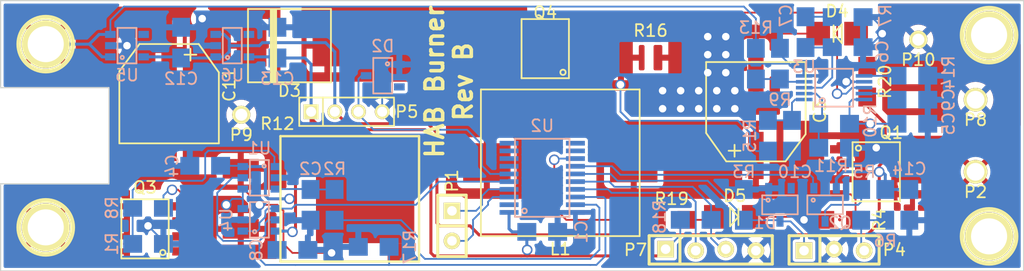
<source format=kicad_pcb>
(kicad_pcb (version 20221018) (generator pcbnew)
  (layers (0 "F.Cu" signal) (31 "B.Cu" signal) (34 "B.Paste" user) (35 "F.Paste" user) (36 "B.SilkS" user "B.Silkscreen") (37 "F.SilkS" user "F.Silkscreen") (38 "B.Mask" user) (39 "F.Mask" user) (44 "Edge.Cuts" user))
  (net 0 "")
  (net 1 "/DATA_IN")
  (net 2 "/NI_-")
  (net 3 "GND")
  (net 4 "+3.3V")
  (net 5 "Net-(C2-Pad1)")
  (net 6 "Net-(C3-PadP)")
  (net 7 "Net-(C6-Pad2)")
  (net 8 "Net-(C7-Pad1)")
  (net 9 "Net-(C9-Pad1)")
  (net 10 "Net-(C10-Pad1)")
  (net 11 "+12V")
  (net 12 "+5V")
  (net 13 "/EXPANSION")
  (net 14 "Net-(D3-PadA)")
  (net 15 "Net-(P1-Pad1)")
  (net 16 "Net-(P1-Pad2)")
  (net 17 "Net-(P7-Pad2)")
  (net 18 "Net-(P7-Pad3)")
  (net 19 "Net-(Q1-PadG)")
  (net 20 "Net-(Q2-PadD)")
  (net 21 "/DATA_OUT")
  (net 22 "Net-(Q3-PadS)")
  (net 23 "Net-(Q3-PadG)")
  (net 24 "Net-(Q4-PadS)")
  (net 25 "Net-(Q4-PadG)")
  (net 26 "Net-(R1-Pad1)")
  (net 27 "/PWM")
  (net 28 "Net-(P4-Pad3)")
  (net 29 "Net-(R13-Pad1)")
  (net 30 "Net-(R10-Pad2)")
  (net 31 "Net-(R14-Pad1)")
  (net 32 "/OP_CTRL")
  (net 33 "/SENSE")
  (net 34 "Net-(U2-Pad7)")
  (net 35 "Net-(U2-Pad9)")
  (net 36 "Net-(U2-Pad11)")
  (net 37 "Net-(U2-Pad12)")
  (net 38 "Net-(P2-Pad1)")
  (net 39 "Net-(U2-Pad2)")
  (net 40 "Net-(U2-Pad10)")
  (net 41 "Net-(U2-Pad8)")
  (net 42 "Net-(D5-PadA)")
  (net 43 "Net-(R19-Pad2)")
  (net 44 "Net-(D4-PadA)")
  (footprint "1pin" (layer "F.Cu") (at 155.448 162.179)
    (fp_text reference "P3" hide)
    (fp_text value "CONN_1" hide)
  )
  (footprint "1pin" (layer "F.Cu") (at 155.448 177.673)
    (fp_text reference "P6" hide)
    (fp_text value "CONN_1" hide)
  )
  (footprint "1pin" (layer "F.Cu") (at 235.077 178.435)
    (fp_text reference "1PIN" hide)
    (fp_text value "P***" hide)
  )
  (footprint "Capacitors:SMD_POL_E12_8.3mm" (layer "F.Cu") (at 215.392 167.894)
    (fp_text reference "C3")
    (fp_text value "390u" hide)
  )
  (footprint "Capacitors:SMD_POL_E12_8.3mm" (layer "F.Cu") (at 165.862 166.37 180)
    (fp_text reference "C11")
    (fp_text value "390u" hide)
  )
  (footprint "Diodes:DIODE_DO214AB-SMC" (layer "F.Cu") (at 176.022 162.306 90)
    (fp_text reference "D3")
    (fp_text value "SL42-E3" hide)
  )
  (footprint "Inductors:IND_BOURNS_SRP1238A" (layer "F.Cu") (at 198.882 172.212 -90)
    (fp_text reference "L1")
    (fp_text value "1.8u" hide)
  )
  (footprint "Connectors:CONN_2.54mm_1x2" (layer "F.Cu") (at 189.738 177.546 90)
    (fp_text reference "P1")
    (fp_text value "CONN_2" hide)
  )
  (footprint "Connectors:CONN_2.00mm_1x4" (layer "F.Cu") (at 180.848 167.894)
    (fp_text reference "P5")
    (fp_text value "CONN_01X04" hide)
  )
  (footprint "Connectors:CONN_2.54mm_1x4" (layer "F.Cu") (at 211.582 179.578 180)
    (fp_text reference "P7")
    (fp_text value "CONN_4" hide)
  )
  (footprint "Transistors:TRANS_SO_4.0mm_1.27mm_8" (layer "F.Cu") (at 225.552 172.974 -90)
    (fp_text reference "Q1")
    (fp_text value "IRF9310" hide)
  )
  (footprint "Transistors:TRANS_SO_4.0mm_1.27mm_8" (layer "F.Cu") (at 163.83 177.8 90)
    (fp_text reference "Q3")
    (fp_text value "IRL6342" hide)
  )
  (footprint "Transistors:TRANS_SO_4.0mm_1.27mm_8" (layer "F.Cu") (at 197.612 162.56 90)
    (fp_text reference "Q4")
    (fp_text value "IRF6201" hide)
  )
  (footprint "SMD:SMD_0805" (layer "F.Cu") (at 222.504 177.038 -90)
    (fp_text reference "R4")
    (fp_text value "10k" hide)
  )
  (footprint "Resistors:RES_D2PACK" (layer "F.Cu") (at 175.26 175.26 -90)
    (fp_text reference "R12")
    (fp_text value "1" hide)
  )
  (footprint "SMD:SMD_2010" (layer "F.Cu") (at 206.502 163.322 90)
    (fp_text reference "R16")
    (fp_text value "3m" hide)
  )
  (footprint "1pin" (layer "F.Cu") (at 235.077 161.417)
    (fp_text reference "1PIN" hide)
    (fp_text value "P***" hide)
  )
  (footprint "Connectors:CONN_2.54mm_1x1" (layer "F.Cu") (at 233.934 166.878)
    (fp_text reference "P8")
    (fp_text value "CONN_1" hide)
  )
  (footprint "Connectors:CONN_2.54mm_1x1" (layer "F.Cu") (at 233.934 172.974)
    (fp_text reference "P2")
    (fp_text value "CONN_1" hide)
  )
  (footprint "Connectors:CONN_2.54mm_1x3" (layer "F.Cu") (at 221.996 179.578 180)
    (fp_text reference "P4")
    (fp_text value "CONN_01X03" hide)
  )
  (footprint "Connectors:CONN_2.54mm_1x1" (layer "F.Cu") (at 171.958 168.148)
    (fp_text reference "P9")
    (fp_text value "CONN_1" hide)
  )
  (footprint "Connectors:CONN_2.54mm_1x1" (layer "F.Cu") (at 229.108 161.798)
    (fp_text reference "P10")
    (fp_text value "CONN_1" hide)
  )
  (footprint "SMD:SMD_0805" (layer "F.Cu") (at 208.28 177.038 -90)
    (fp_text reference "R19")
    (fp_text value "RES" hide)
  )
  (footprint "SMD:SMD_0805" (layer "F.Cu") (at 224.79 165.354)
    (fp_text reference "R20")
    (fp_text value "RES" hide)
  )
  (footprint "LEDs:LED_1206" (layer "F.Cu") (at 222.25 161.29 -90)
    (fp_text reference "D4")
    (fp_text value "D_LED" hide)
  )
  (footprint "LEDs:LED_1206" (layer "F.Cu") (at 213.614 176.784 90)
    (fp_text reference "D5")
    (fp_text value "D_LED" hide)
  )
  (footprint "SMD:SMD_0805" (layer "B.Cu") (at 197.358 178.054 -90)
    (fp_text reference "C1")
    (fp_text value "0.1uF" hide)
  )
  (footprint "SMD:SMD_0805" (layer "B.Cu") (at 177.8 175.768 180)
    (fp_text reference "C2")
    (fp_text value "0.1uF" hide)
  )
  (footprint "SMD:SMD_0805" (layer "B.Cu") (at 168.91 172.466 90)
    (fp_text reference "C4")
    (fp_text value "0.1uF" hide)
  )
  (footprint "SMD:SMD_0805" (layer "B.Cu") (at 228.6 168.91 -90)
    (fp_text reference "C5")
    (fp_text value "1u" hide)
  )
  (footprint "SMD:SMD_0805" (layer "B.Cu") (at 223.139 162.433 90)
    (fp_text reference "C6")
    (fp_text value "2.2n" hide)
  )
  (footprint "SMD:SMD_0805" (layer "B.Cu") (at 219.583 161.163 180)
    (fp_text reference "C7")
    (fp_text value "47n" hide)
  )
  (footprint "SMD:SMD_0805" (layer "B.Cu") (at 176.276 179.578 -90)
    (fp_text reference "C8")
    (fp_text value "0.1uF" hide)
  )
  (footprint "SMD:SMD_0805" (layer "B.Cu") (at 228.6 166.878 -90)
    (fp_text reference "C9")
    (fp_text value "470n" hide)
  )
  (footprint "SMD:SMD_0805" (layer "B.Cu") (at 218.44 169.926 180)
    (fp_text reference "C10")
    (fp_text value "10n" hide)
  )
  (footprint "SMD:SMD_0805" (layer "B.Cu") (at 166.878 162.052)
    (fp_text reference "C12")
    (fp_text value "10u" hide)
  )
  (footprint "SMD:SMD_0805" (layer "B.Cu") (at 175.006 162.052)
    (fp_text reference "C13")
    (fp_text value "10u" hide)
  )
  (footprint "Diodes:DIODE_SOT-23-3" (layer "B.Cu") (at 217.424 175.768 180)
    (fp_text reference "D1")
    (fp_text value "3V" hide)
  )
  (footprint "Diodes:DIODE_SOT-23-3" (layer "B.Cu") (at 183.896 164.846 90)
    (fp_text reference "D2")
    (fp_text value "3V" hide)
  )
  (footprint "Transistors:TRANS_SOT-23-3" (layer "B.Cu") (at 221.234 175.768 180)
    (fp_text reference "Q2")
    (fp_text value "IRLML6402" hide)
  )
  (footprint "SMD:SMD_0805" (layer "B.Cu") (at 179.832 175.768)
    (fp_text reference "R2")
    (fp_text value "1.6k" hide)
  )
  (footprint "SMD:SMD_0805" (layer "B.Cu") (at 214.376 175.768)
    (fp_text reference "R3")
    (fp_text value "100" hide)
  )
  (footprint "SMD:SMD_0805" (layer "B.Cu") (at 224.282 175.768 180)
    (fp_text reference "R5")
    (fp_text value "240" hide)
  )
  (footprint "SMD:SMD_0805" (layer "B.Cu") (at 226.314 175.768 180)
    (fp_text reference "R6")
    (fp_text value "400" hide)
  )
  (footprint "SMD:SMD_0805" (layer "B.Cu") (at 223.139 159.893 -90)
    (fp_text reference "R7")
    (fp_text value "3.16k" hide)
  )
  (footprint "SMD:SMD_0805" (layer "B.Cu") (at 164.084 176.022 -90)
    (fp_text reference "R8")
    (fp_text value "1k" hide)
  )
  (footprint "SMD:SMD_0805" (layer "B.Cu") (at 217.424 163.83)
    (fp_text reference "R9")
    (fp_text value "1k" hide)
  )
  (footprint "SMD:SMD_0805" (layer "B.Cu") (at 221.996 168.91 90)
    (fp_text reference "R10")
    (fp_text value "41.2k" hide)
  )
  (footprint "SMD:SMD_0805" (layer "B.Cu") (at 221.996 170.942 -90)
    (fp_text reference "R11")
    (fp_text value "45.3k" hide)
  )
  (footprint "SMD:SMD_0805" (layer "B.Cu") (at 215.392 163.83)
    (fp_text reference "R13")
    (fp_text value "8.45k" hide)
  )
  (footprint "SMD:SMD_0805" (layer "B.Cu") (at 228.6 164.846 -90)
    (fp_text reference "R14")
    (fp_text value "40.2k" hide)
  )
  (footprint "SMD:SMD_0805" (layer "B.Cu") (at 216.408 169.926)
    (fp_text reference "R15")
    (fp_text value "100" hide)
  )
  (footprint "SMD:SMD_0805" (layer "B.Cu") (at 183.134 179.324 -90)
    (fp_text reference "R17")
    (fp_text value "10k" hide)
  )
  (footprint "SMD:SMD_0805" (layer "B.Cu") (at 210.312 177.038 -90)
    (fp_text reference "R18")
    (fp_text value "10k" hide)
  )
  (footprint "SMD:SOT-23-6" (layer "B.Cu") (at 173.482 173.482 90)
    (fp_text reference "U1")
    (fp_text value "ADA4805-1" hide)
  )
  (footprint "SMD:SOP_4.5mm_0.65mm_20" (layer "B.Cu") (at 197.358 173.482 90)
    (fp_text reference "U2")
    (fp_text value "MSP430G2553-20" hide)
  )
  (footprint "SMD:SOP_3.0mm_0.5mm_10" (layer "B.Cu") (at 221.996 165.862 90)
    (fp_text reference "U3")
    (fp_text value "LM3481" hide)
  )
  (footprint "SMD:SOT-23-6" (layer "B.Cu") (at 173.482 177.038 -90)
    (fp_text reference "U4")
    (fp_text value "ADA4805-1" hide)
  )
  (footprint "SMD:SOT-23-5" (layer "B.Cu") (at 162.306 162.306 -90)
    (fp_text reference "U5")
    (fp_text value "MIC5203-5.0" hide)
  )
  (footprint "SMD:SOT-23-5" (layer "B.Cu") (at 171.196 162.306 -90)
    (fp_text reference "U6")
    (fp_text value "MIC5203-3.3" hide)
  )
  (footprint "SMD:SMD_0805" (layer "B.Cu") (at 164.084 179.07 -90)
    (fp_text reference "R1")
    (fp_text value "10k" hide)
  )
  (footprint "SMD:SMD_0805" (layer "B.Cu") (at 228.346 175.768 180)
    (fp_text reference "C14")
    (fp_text value "1uF" hide)
  )
  (gr_line (start 191.008 181.356) (end 237.744 181.356) (stroke (width 0.1)) (layer "Edge.Cuts"))
  (gr_line (start 151.638 181.356) (end 191.008 181.356) (stroke (width 0.1)) (layer "Edge.Cuts"))
  (gr_line (start 191.008 158.496) (end 151.638 158.496) (stroke (width 0.1)) (layer "Edge.Cuts"))
  (gr_line (start 160.782 165.862) (end 151.638 165.862) (stroke (width 0.1)) (layer "Edge.Cuts"))
  (gr_line (start 151.638 165.862) (end 151.638 158.496) (stroke (width 0.1)) (layer "Edge.Cuts"))
  (gr_line (start 237.998 158.496) (end 237.998 181.356) (stroke (width 0.1)) (layer "Edge.Cuts"))
  (gr_line (start 160.782 165.862) (end 160.782 173.99) (stroke (width 0.1)) (layer "Edge.Cuts"))
  (gr_line (start 191.008 158.496) (end 237.998 158.496) (stroke (width 0.1)) (layer "Edge.Cuts"))
  (gr_line (start 160.782 173.99) (end 151.638 173.99) (stroke (width 0.1)) (layer "Edge.Cuts"))
  (gr_line (start 237.998 181.356) (end 237.744 181.356) (stroke (width 0.1)) (layer "Edge.Cuts"))
  (gr_line (start 151.638 173.99) (end 151.638 181.356) (stroke (width 0.1)) (layer "Edge.Cuts"))
  (gr_text "HAB Burner\nRev B" (at 189.484 165.354 90) (layer "F.SilkS") (effects (font (size 1.5 1.5) (thickness 0.3))))
  (segment (start 222.452 177.016) (end 222.474 177.038) (width 0.254) (layer "F.Cu") (net 0))
  (segment (start 222.452 176.702) (end 222.534 176.784) (width 0.1524) (layer "F.Cu") (net 0))
  (segment (start 222.452 176.956) (end 222.534 177.038) (width 0.1524) (layer "F.Cu") (net 0))
  (segment (start 217.324 177.068) (end 217.424 177.168) (width 0.1524) (layer "B.Cu") (net 1))
  (segment (start 218.316 177.168) (end 219.456 178.308) (width 0.1524) (layer "B.Cu") (net 1))
  (segment (start 219.456 178.308) (end 219.456 179.63896) (width 0.1524) (layer "B.Cu") (net 1))
  (segment (start 214.376 176.784) (end 211.328 173.736) (width 0.1524) (layer "B.Cu") (net 1))
  (segment (start 211.328 173.736) (end 203.708 173.736) (width 0.1524) (layer "B.Cu") (net 1))
  (segment (start 203.708 173.736) (end 203.129 173.157) (width 0.1524) (layer "B.Cu") (net 1))
  (segment (start 203.129 173.157) (end 200.158 173.157) (width 0.1524) (layer "B.Cu") (net 1))
  (segment (start 214.376 177.068) (end 217.324 177.068) (width 0.1524) (layer "B.Cu") (net 1))
  (segment (start 217.424 177.168) (end 218.316 177.168) (width 0.1524) (layer "B.Cu") (net 1))
  (segment (start 214.376 177.068) (end 214.376 176.784) (width 0.1524) (layer "B.Cu") (net 1))
  (segment (start 214.376 177.068) (end 214.66 177.068) (width 0.1524) (layer "B.Cu") (net 1))
  (segment (start 209.002 165.648) (end 208.534 166.116) (width 0.254) (layer "F.Cu") (net 3))
  (segment (start 208.534 166.116) (end 207.518 166.116) (width 0.254) (layer "F.Cu") (net 3))
  (segment (start 207.518 167.64) (end 209.042 167.64) (width 0.254) (layer "F.Cu") (net 3))
  (segment (start 209.042 166.116) (end 210.566 166.116) (width 0.254) (layer "F.Cu") (net 3))
  (segment (start 210.566 167.64) (end 212.09 167.64) (width 0.254) (layer "F.Cu") (net 3))
  (segment (start 212.09 166.116) (end 213.614 166.116) (width 0.254) (layer "F.Cu") (net 3))
  (segment (start 210.82 163.322) (end 211.328 162.814) (width 0.254) (layer "F.Cu") (net 3))
  (segment (start 211.328 162.814) (end 211.328 161.544) (width 0.254) (layer "F.Cu") (net 3))
  (segment (start 212.852 163.068) (end 211.328 163.068) (width 0.254) (layer "F.Cu") (net 3))
  (segment (start 211.328 164.592) (end 212.852 164.592) (width 0.254) (layer "F.Cu") (net 3))
  (segment (start 172.212 172.72) (end 171.91 172.72) (width 0.1524) (layer "F.Cu") (net 3))
  (segment (start 171.958 172.768) (end 171.91 172.72) (width 0.1524) (layer "F.Cu") (net 3))
  (segment (start 173.482 175.768) (end 171.958 174.244) (width 0.1524) (layer "F.Cu") (net 3))
  (segment (start 171.958 174.244) (end 171.958 172.768) (width 0.1524) (layer "F.Cu") (net 3))
  (segment (start 171.958 172.768) (end 171.91 172.72) (width 0.1524) (layer "F.Cu") (net 3))
  (segment (start 179.578 179.832) (end 176.276 179.832) (width 0.1524) (layer "F.Cu") (net 3))
  (segment (start 176.276 179.832) (end 175.514 179.07) (width 0.1524) (layer "F.Cu") (net 3))
  (segment (start 175.514 179.07) (end 175.514 176.276) (width 0.1524) (layer "F.Cu") (net 3))
  (segment (start 175.514 176.276) (end 175.006 175.768) (width 0.1524) (layer "F.Cu") (net 3))
  (segment (start 175.006 175.768) (end 173.482 175.768) (width 0.1524) (layer "F.Cu") (net 3))
  (segment (start 219.202 176.784) (end 219.456 177.038) (width 0.1524) (layer "F.Cu") (net 3))
  (segment (start 215.214 176.784) (end 219.202 176.784) (width 0.1524) (layer "F.Cu") (net 3))
  (segment (start 220.65 161.29) (end 216.662 161.29) (width 0.1524) (layer "F.Cu") (net 3))
  (segment (start 209.002 163.322) (end 209.002 165.648) (width 0.254) (layer "F.Cu") (net 3))
  (segment (start 209.002 163.322) (end 210.82 163.322) (width 0.254) (layer "F.Cu") (net 3))
  (segment (start 219.456 177.038) (end 221.204 177.038) (width 0.1524) (layer "F.Cu") (net 3))
  (via (at 212.852 163.068) (size 0.889) (drill 0.635) (layers "F.Cu" "B.Cu") (net 3))
  (via (at 164.084 177.546) (size 0.889) (drill 0.635) (layers "F.Cu" "B.Cu") (net 3))
  (via (at 225.552 170.942) (size 0.889) (drill 0.635) (layers "F.Cu" "B.Cu") (net 3))
  (via (at 212.852 164.592) (size 0.889) (drill 0.635) (layers "F.Cu" "B.Cu") (net 3))
  (via (at 211.328 163.068) (size 0.889) (drill 0.635) (layers "F.Cu" "B.Cu") (net 3))
  (via (at 179.578 179.832) (size 0.889) (drill 0.635) (layers "F.Cu" "B.Cu") (net 3))
  (via (at 207.518 167.64) (size 0.889) (drill 0.635) (layers "F.Cu" "B.Cu") (net 3))
  (via (at 223.012 165.354) (size 0.889) (drill 0.635) (layers "F.Cu" "B.Cu") (net 3))
  (via (at 209.042 166.116) (size 0.889) (drill 0.635) (layers "F.Cu" "B.Cu") (net 3))
  (via (at 212.09 166.116) (size 0.889) (drill 0.635) (layers "F.Cu" "B.Cu") (net 3))
  (via (at 211.328 164.592) (size 0.889) (drill 0.635) (layers "F.Cu" "B.Cu") (net 3))
  (via (at 207.518 166.116) (size 0.889) (drill 0.635) (layers "F.Cu" "B.Cu") (net 3))
  (via (at 173.482 175.768) (size 0.889) (drill 0.635) (layers "F.Cu" "B.Cu") (net 3))
  (via (at 211.328 161.544) (size 0.889) (drill 0.635) (layers "F.Cu" "B.Cu") (net 3))
  (via (at 168.656 160.02) (size 0.889) (drill 0.635) (layers "F.Cu" "B.Cu") (net 3))
  (via (at 210.566 167.64) (size 0.889) (drill 0.635) (layers "F.Cu" "B.Cu") (net 3))
  (via (at 209.042 167.64) (size 0.889) (drill 0.635) (layers "F.Cu" "B.Cu") (net 3))
  (via (at 213.614 167.64) (size 0.889) (drill 0.635) (layers "F.Cu" "B.Cu") (net 3))
  (via (at 219.456 177.038) (size 0.889) (drill 0.635) (layers "F.Cu" "B.Cu") (net 3))
  (via (at 226.06 161.29) (size 0.889) (drill 0.635) (layers "F.Cu" "B.Cu") (net 3))
  (via (at 213.614 166.116) (size 0.889) (drill 0.635) (layers "F.Cu" "B.Cu") (net 3))
  (via (at 162.306 162.306) (size 0.889) (drill 0.635) (layers "F.Cu" "B.Cu") (net 3))
  (via (at 212.852 161.544) (size 0.889) (drill 0.635) (layers "F.Cu" "B.Cu") (net 3))
  (via (at 210.566 166.116) (size 0.889) (drill 0.635) (layers "F.Cu" "B.Cu") (net 3))
  (via (at 212.09 167.64) (size 0.889) (drill 0.635) (layers "F.Cu" "B.Cu") (net 3))
  (segment (start 168.91 162.306) (end 168.656 162.052) (width 0.254) (layer "B.Cu") (net 3))
  (segment (start 168.656 162.052) (end 168.656 160.02) (width 0.254) (layer "B.Cu") (net 3))
  (segment (start 167.924 160.752) (end 168.656 160.02) (width 0.254) (layer "B.Cu") (net 3))
  (segment (start 174.214 160.752) (end 173.482 160.02) (width 0.254) (layer "B.Cu") (net 3))
  (segment (start 173.482 160.02) (end 168.656 160.02) (width 0.254) (layer "B.Cu") (net 3))
  (segment (start 224.917 162.433) (end 226.06 161.29) (width 0.1524) (layer "B.Cu") (net 3))
  (segment (start 225.171 159.893) (end 226.06 160.782) (width 0.1524) (layer "B.Cu") (net 3))
  (segment (start 226.06 160.782) (end 226.06 161.29) (width 0.1524) (layer "B.Cu") (net 3))
  (segment (start 223.02 165.362) (end 223.012 165.354) (width 0.1524) (layer "B.Cu") (net 3))
  (segment (start 217.424 163.068) (end 218.186 163.83) (width 0.1524) (layer "B.Cu") (net 3))
  (segment (start 218.44 164.084) (end 219.202 164.084) (width 0.1524) (layer "B.Cu") (net 3))
  (segment (start 219.202 164.084) (end 219.471 164.353) (width 0.1524) (layer "B.Cu") (net 3))
  (segment (start 219.471 164.353) (end 219.471 164.862) (width 0.1524) (layer "B.Cu") (net 3))
  (segment (start 220.964 164.862) (end 220.98 164.846) (width 0.1524) (layer "B.Cu") (net 3))
  (segment (start 183.848 164.64) (end 184.592 163.896) (width 0.1524) (layer "B.Cu") (net 3))
  (segment (start 184.592 163.896) (end 185.296 163.896) (width 0.1524) (layer "B.Cu") (net 3))
  (segment (start 165.384 178.846) (end 164.084 177.546) (width 0.1524) (layer "B.Cu") (net 3))
  (segment (start 215.038 175.13) (end 214.376 174.468) (width 0.1524) (layer "B.Cu") (net 3))
  (segment (start 216.374 174.468) (end 216.474 174.368) (width 0.1524) (layer "B.Cu") (net 3))
  (segment (start 216.474 175.072) (end 217.17 175.768) (width 0.1524) (layer "B.Cu") (net 3))
  (segment (start 217.17 175.768) (end 217.424 175.768) (width 0.1524) (layer "B.Cu") (net 3))
  (segment (start 177.576 177.292) (end 177.8 177.068) (width 0.1524) (layer "B.Cu") (net 3))
  (segment (start 177.576 178.308) (end 177.576 177.292) (width 0.1524) (layer "B.Cu") (net 3))
  (segment (start 200.158 177.794) (end 199.898 178.054) (width 0.1524) (layer "B.Cu") (net 3))
  (segment (start 199.898 178.054) (end 198.658 178.054) (width 0.1524) (layer "B.Cu") (net 3))
  (segment (start 200.158 177.8) (end 200.158 177.794) (width 0.1524) (layer "B.Cu") (net 3))
  (segment (start 218.186 163.83) (end 218.44 164.084) (width 0.1524) (layer "B.Cu") (net 3))
  (segment (start 213.614 163.83) (end 212.852 163.068) (width 0.1524) (layer "B.Cu") (net 3))
  (segment (start 172.72 177.038) (end 173.482 176.276) (width 0.1524) (layer "B.Cu") (net 3))
  (segment (start 173.482 176.276) (end 173.482 175.768) (width 0.1524) (layer "B.Cu") (net 3))
  (segment (start 179.324 179.578) (end 179.578 179.832) (width 0.1524) (layer "B.Cu") (net 3))
  (segment (start 216.474 175.072) (end 216.474 174.368) (width 0.1524) (layer "B.Cu") (net 3))
  (segment (start 214.376 174.468) (end 216.374 174.468) (width 0.1524) (layer "B.Cu") (net 3))
  (segment (start 219.471 164.862) (end 220.964 164.862) (width 0.1524) (layer "B.Cu") (net 3))
  (segment (start 183.848 167.894) (end 183.848 164.64) (width 0.1524) (layer "B.Cu") (net 3))
  (segment (start 229.9 166.878) (end 229.9 164.846) (width 0.1524) (layer "B.Cu") (net 3))
  (segment (start 166.878 160.752) (end 167.924 160.752) (width 0.254) (layer "B.Cu") (net 3))
  (segment (start 224.439 162.433) (end 224.917 162.433) (width 0.1524) (layer "B.Cu") (net 3))
  (segment (start 200.158 176.407) (end 200.158 177.8) (width 0.1524) (layer "B.Cu") (net 3))
  (segment (start 160.906 162.306) (end 162.306 162.306) (width 0.254) (layer "B.Cu") (net 3))
  (segment (start 172.082 177.038) (end 172.72 177.038) (width 0.1524) (layer "B.Cu") (net 3))
  (segment (start 177.576 179.578) (end 177.576 178.308) (width 0.1524) (layer "B.Cu") (net 3))
  (segment (start 229.9 164.846) (end 230.632 164.846) (width 0.1524) (layer "B.Cu") (net 3))
  (segment (start 229.9 166.878) (end 230.632 166.878) (width 0.1524) (layer "B.Cu") (net 3))
  (segment (start 218.186 163.83) (end 213.614 163.83) (width 0.1524) (layer "B.Cu") (net 3))
  (segment (start 165.384 179.07) (end 165.384 178.846) (width 0.1524) (layer "B.Cu") (net 3))
  (segment (start 218.44 171.226) (end 218.44 171.958) (width 0.1524) (layer "B.Cu") (net 3))
  (segment (start 224.521 165.362) (end 223.02 165.362) (width 0.1524) (layer "B.Cu") (net 3))
  (segment (start 229.9 168.91) (end 229.9 166.878) (width 0.1524) (layer "B.Cu") (net 3))
  (segment (start 224.439 159.893) (end 225.171 159.893) (width 0.1524) (layer "B.Cu") (net 3))
  (segment (start 175.006 160.752) (end 174.214 160.752) (width 0.254) (layer "B.Cu") (net 3))
  (segment (start 177.576 179.578) (end 179.324 179.578) (width 0.1524) (layer "B.Cu") (net 3))
  (segment (start 220.98 164.846) (end 220.964 164.862) (width 0.1524) (layer "B.Cu") (net 3))
  (segment (start 168.91 162.306) (end 169.796 162.306) (width 0.254) (layer "B.Cu") (net 3))
  (segment (start 217.424 162.53) (end 217.424 163.068) (width 0.1524) (layer "B.Cu") (net 3))
  (segment (start 223.296 170.942) (end 225.552 170.942) (width 0.1524) (layer "B.Cu") (net 3))
  (segment (start 178.816 169.418) (end 177.848 168.45) (width 0.254) (layer "F.Cu") (net 4))
  (segment (start 178.816 169.418) (end 187.452 169.418) (width 0.254) (layer "F.Cu") (net 4))
  (segment (start 187.452 169.418) (end 187.96 169.926) (width 0.254) (layer "F.Cu") (net 4))
  (segment (start 187.96 169.926) (end 187.96 179.832) (width 0.254) (layer "F.Cu") (net 4))
  (segment (start 187.96 179.832) (end 188.214 180.086) (width 0.254) (layer "F.Cu") (net 4))
  (segment (start 188.214 180.086) (end 195.58 180.086) (width 0.254) (layer "F.Cu") (net 4))
  (segment (start 195.58 180.086) (end 196.088 180.086) (width 0.254) (layer "F.Cu") (net 4))
  (segment (start 177.848 169.116) (end 176.53 170.434) (width 0.254) (layer "F.Cu") (net 4))
  (segment (start 176.53 170.434) (end 176.53 175.26) (width 0.254) (layer "F.Cu") (net 4))
  (segment (start 176.53 175.26) (end 176.53 178.054) (width 0.254) (layer "F.Cu") (net 4))
  (segment (start 207.20304 180.086) (end 207.772 179.51704) (width 0.254) (layer "F.Cu") (net 4))
  (segment (start 196.088 180.086) (end 196.088 179.578) (width 0.254) (layer "F.Cu") (net 4))
  (segment (start 176.53 175.26) (end 176.022 175.26) (width 0.254) (layer "F.Cu") (net 4))
  (segment (start 176.53 178.054) (end 176.276 178.054) (width 0.254) (layer "F.Cu") (net 4))
  (segment (start 177.848 167.894) (end 177.848 169.116) (width 0.254) (layer "F.Cu") (net 4))
  (segment (start 207.20304 180.086) (end 196.088 180.086) (width 0.254) (layer "F.Cu") (net 4))
  (segment (start 177.848 167.894) (end 177.848 168.45) (width 0.254) (layer "F.Cu") (net 4))
  (via (at 176.276 178.054) (size 0.889) (drill 0.635) (layers "F.Cu" "B.Cu") (net 4))
  (via (at 196.088 179.578) (size 0.889) (drill 0.635) (layers "F.Cu" "B.Cu") (net 4))
  (via (at 176.022 175.26) (size 0.889) (drill 0.635) (layers "F.Cu" "B.Cu") (net 4))
  (segment (start 174.782 178.088) (end 174.882 177.988) (width 0.254) (layer "B.Cu") (net 4))
  (segment (start 174.91 163.256) (end 175.006 163.352) (width 0.254) (layer "B.Cu") (net 4))
  (segment (start 207.83296 179.51704) (end 209.012 178.338) (width 0.1524) (layer "B.Cu") (net 4))
  (segment (start 209.012 178.338) (end 209.012 177.038) (width 0.1524) (layer "B.Cu") (net 4))
  (segment (start 172.016 172.466) (end 172.082 172.532) (width 0.1524) (layer "B.Cu") (net 4))
  (segment (start 174.882 179.484) (end 174.976 179.578) (width 0.1524) (layer "B.Cu") (net 4))
  (segment (start 177.322 163.352) (end 177.848 163.878) (width 0.254) (layer "B.Cu") (net 4))
  (segment (start 177.848 163.878) (end 177.848 167.894) (width 0.254) (layer "B.Cu") (net 4))
  (segment (start 194.818 178.054) (end 194.558 177.794) (width 0.254) (layer "B.Cu") (net 4))
  (segment (start 194.558 177.794) (end 194.558 176.407) (width 0.254) (layer "B.Cu") (net 4))
  (segment (start 196.058 179.548) (end 196.088 179.578) (width 0.254) (layer "B.Cu") (net 4))
  (segment (start 176.276 178.054) (end 176.21 177.988) (width 0.254) (layer "B.Cu") (net 4))
  (segment (start 176.21 177.988) (end 174.882 177.988) (width 0.254) (layer "B.Cu") (net 4))
  (segment (start 174.244 175.26) (end 173.99 175.006) (width 0.254) (layer "B.Cu") (net 4))
  (segment (start 173.99 175.006) (end 173.99 172.72) (width 0.254) (layer "B.Cu") (net 4))
  (segment (start 173.99 172.72) (end 173.802 172.532) (width 0.254) (layer "B.Cu") (net 4))
  (segment (start 173.802 172.532) (end 172.082 172.532) (width 0.254) (layer "B.Cu") (net 4))
  (segment (start 196.088 179.578) (end 196.058 179.548) (width 0.254) (layer "B.Cu") (net 4))
  (segment (start 176.022 175.26) (end 174.244 175.26) (width 0.254) (layer "B.Cu") (net 4))
  (segment (start 172.596 163.256) (end 174.91 163.256) (width 0.254) (layer "B.Cu") (net 4))
  (segment (start 170.21 172.466) (end 172.016 172.466) (width 0.1524) (layer "B.Cu") (net 4))
  (segment (start 175.006 163.352) (end 177.322 163.352) (width 0.254) (layer "B.Cu") (net 4))
  (segment (start 196.058 178.054) (end 196.058 179.548) (width 0.254) (layer "B.Cu") (net 4))
  (segment (start 174.882 177.988) (end 174.882 179.484) (width 0.1524) (layer "B.Cu") (net 4))
  (segment (start 196.058 178.054) (end 194.818 178.054) (width 0.254) (layer "B.Cu") (net 4))
  (segment (start 207.772 179.51704) (end 207.83296 179.51704) (width 0.1524) (layer "B.Cu") (net 4))
  (segment (start 177.764 174.432) (end 177.8 174.468) (width 0.1524) (layer "B.Cu") (net 5))
  (segment (start 177.8 174.468) (end 179.832 174.468) (width 0.1524) (layer "B.Cu") (net 5))
  (segment (start 174.882 174.432) (end 177.764 174.432) (width 0.1524) (layer "B.Cu") (net 5))
  (segment (start 225.044 168.91) (end 222.885 171.069) (width 0.1524) (layer "F.Cu") (net 6))
  (segment (start 222.885 171.069) (end 222.452 171.069) (width 0.1524) (layer "F.Cu") (net 6))
  (via (at 225.044 168.91) (size 0.889) (drill 0.635) (layers "F.Cu" "B.Cu") (net 6))
  (segment (start 223.536 166.862) (end 223.296 167.102) (width 0.1524) (layer "B.Cu") (net 6))
  (segment (start 223.296 167.102) (end 223.296 168.91) (width 0.1524) (layer "B.Cu") (net 6))
  (segment (start 224.521 166.862) (end 223.536 166.862) (width 0.1524) (layer "B.Cu") (net 6))
  (segment (start 225.044 168.91) (end 227.3 168.91) (width 0.1524) (layer "B.Cu") (net 6))
  (segment (start 223.296 168.91) (end 225.044 168.91) (width 0.1524) (layer "B.Cu") (net 6))
  (segment (start 219.613 162.433) (end 219.583 162.463) (width 0.254) (layer "B.Cu") (net 7))
  (segment (start 220.98 165.862) (end 221.839 165.003) (width 0.1524) (layer "B.Cu") (net 7))
  (segment (start 221.839 165.003) (end 221.839 162.433) (width 0.1524) (layer "B.Cu") (net 7))
  (segment (start 221.809 162.463) (end 221.839 162.433) (width 0.1524) (layer "B.Cu") (net 7))
  (segment (start 219.471 165.862) (end 220.98 165.862) (width 0.1524) (layer "B.Cu") (net 7))
  (segment (start 219.583 162.463) (end 221.809 162.463) (width 0.1524) (layer "B.Cu") (net 7))
  (segment (start 221.809 159.863) (end 221.839 159.893) (width 0.254) (layer "B.Cu") (net 8))
  (segment (start 221.809 159.863) (end 221.839 159.893) (width 0.1524) (layer "B.Cu") (net 8))
  (segment (start 219.583 159.863) (end 221.809 159.863) (width 0.1524) (layer "B.Cu") (net 8))
  (segment (start 226.784 166.362) (end 227.3 166.878) (width 0.1524) (layer "B.Cu") (net 9))
  (segment (start 224.521 166.362) (end 226.784 166.362) (width 0.1524) (layer "B.Cu") (net 9))
  (segment (start 218.71 166.862) (end 218.44 167.132) (width 0.1524) (layer "B.Cu") (net 10))
  (segment (start 218.44 167.132) (end 218.44 168.626) (width 0.1524) (layer "B.Cu") (net 10))
  (segment (start 219.471 166.862) (end 218.71 166.862) (width 0.1524) (layer "B.Cu") (net 10))
  (segment (start 216.408 168.626) (end 218.44 168.626) (width 0.1524) (layer "B.Cu") (net 10))
  (segment (start 159.954 161.356) (end 159.131 162.179) (width 0.254) (layer "B.Cu") (net 11))
  (segment (start 159.131 162.179) (end 155.448 162.179) (width 0.254) (layer "B.Cu") (net 11))
  (segment (start 160.208 163.256) (end 159.131 162.179) (width 0.254) (layer "B.Cu") (net 11))
  (segment (start 160.906 160.15) (end 162.052 159.004) (width 0.1524) (layer "B.Cu") (net 11))
  (segment (start 162.052 159.004) (end 214.376 159.004) (width 0.1524) (layer "B.Cu") (net 11))
  (segment (start 214.376 159.004) (end 215.392 160.02) (width 0.1524) (layer "B.Cu") (net 11))
  (segment (start 215.392 160.02) (end 215.392 162.53) (width 0.1524) (layer "B.Cu") (net 11))
  (segment (start 160.906 163.256) (end 160.208 163.256) (width 0.254) (layer "B.Cu") (net 11))
  (segment (start 160.906 161.356) (end 159.954 161.356) (width 0.254) (layer "B.Cu") (net 11))
  (segment (start 160.906 161.356) (end 160.906 160.15) (width 0.1524) (layer "B.Cu") (net 11))
  (segment (start 225.806 172.974) (end 225.806 177.292) (width 0.254) (layer "F.Cu") (net 12))
  (segment (start 225.806 177.292) (end 224.79 178.308) (width 0.254) (layer "F.Cu") (net 12))
  (segment (start 201.676 178.308) (end 224.79 178.308) (width 0.254) (layer "F.Cu") (net 12))
  (segment (start 192.024 178.308) (end 191.262 177.546) (width 0.254) (layer "F.Cu") (net 12))
  (segment (start 188.468 176.53) (end 188.468 169.926) (width 0.254) (layer "F.Cu") (net 12))
  (segment (start 186.69 168.91) (end 180.864 168.91) (width 0.254) (layer "F.Cu") (net 12))
  (segment (start 180.864 168.91) (end 179.848 167.894) (width 0.254) (layer "F.Cu") (net 12))
  (segment (start 188.468 169.672) (end 187.706 168.91) (width 0.254) (layer "F.Cu") (net 12))
  (segment (start 187.706 168.91) (end 186.69 168.91) (width 0.254) (layer "F.Cu") (net 12))
  (segment (start 188.468 177.292) (end 188.722 177.546) (width 0.254) (layer "F.Cu") (net 12))
  (segment (start 188.722 177.546) (end 191.262 177.546) (width 0.254) (layer "F.Cu") (net 12))
  (segment (start 225.806 172.466) (end 226.314 171.958) (width 0.254) (layer "F.Cu") (net 12))
  (segment (start 226.314 171.958) (end 226.314 168.91) (width 0.254) (layer "F.Cu") (net 12))
  (segment (start 226.314 168.91) (end 224.79 167.386) (width 0.254) (layer "F.Cu") (net 12))
  (segment (start 224.79 167.386) (end 224.79 166.654) (width 0.254) (layer "F.Cu") (net 12))
  (segment (start 188.468 169.926) (end 188.468 169.672) (width 0.254) (layer "F.Cu") (net 12))
  (segment (start 201.676 178.308) (end 192.024 178.308) (width 0.254) (layer "F.Cu") (net 12))
  (segment (start 225.806 172.974) (end 225.806 172.466) (width 0.254) (layer "F.Cu") (net 12))
  (segment (start 188.468 176.53) (end 188.468 177.292) (width 0.254) (layer "F.Cu") (net 12))
  (via (at 225.806 172.974) (size 0.889) (drill 0.635) (layers "F.Cu" "B.Cu") (net 12))
  (segment (start 166.782 163.256) (end 166.878 163.352) (width 0.254) (layer "B.Cu") (net 12))
  (segment (start 169.7 163.352) (end 169.796 163.256) (width 0.254) (layer "B.Cu") (net 12))
  (segment (start 168.402 163.352) (end 169.7 163.352) (width 0.254) (layer "B.Cu") (net 12))
  (segment (start 170.5 163.256) (end 170.942 162.814) (width 0.254) (layer "B.Cu") (net 12))
  (segment (start 170.942 162.814) (end 170.942 162.306) (width 0.254) (layer "B.Cu") (net 12))
  (segment (start 170.942 161.798) (end 170.5 161.356) (width 0.254) (layer "B.Cu") (net 12))
  (segment (start 170.5 161.356) (end 169.796 161.356) (width 0.254) (layer "B.Cu") (net 12))
  (segment (start 222.184 173.548) (end 222.758 172.974) (width 0.254) (layer "B.Cu") (net 12))
  (segment (start 222.758 172.974) (end 225.806 172.974) (width 0.254) (layer "B.Cu") (net 12))
  (segment (start 226.06 172.974) (end 226.314 173.228) (width 0.254) (layer "B.Cu") (net 12))
  (segment (start 226.314 173.228) (end 226.314 174.468) (width 0.254) (layer "B.Cu") (net 12))
  (segment (start 225.806 172.974) (end 226.06 172.974) (width 0.254) (layer "B.Cu") (net 12))
  (segment (start 170.942 162.306) (end 170.942 161.798) (width 0.254) (layer "B.Cu") (net 12))
  (segment (start 173.482 162.306) (end 173.736 162.052) (width 0.254) (layer "B.Cu") (net 12))
  (segment (start 173.736 162.052) (end 179.07 162.052) (width 0.254) (layer "B.Cu") (net 12))
  (segment (start 179.07 162.052) (end 179.848 162.83) (width 0.254) (layer "B.Cu") (net 12))
  (segment (start 179.848 162.83) (end 179.848 167.894) (width 0.254) (layer "B.Cu") (net 12))
  (segment (start 169.796 163.256) (end 170.5 163.256) (width 0.254) (layer "B.Cu") (net 12))
  (segment (start 166.878 163.352) (end 168.402 163.352) (width 0.254) (layer "B.Cu") (net 12))
  (segment (start 163.706 163.256) (end 166.782 163.256) (width 0.254) (layer "B.Cu") (net 12))
  (segment (start 222.184 174.368) (end 222.184 173.548) (width 0.254) (layer "B.Cu") (net 12))
  (segment (start 170.942 162.306) (end 173.482 162.306) (width 0.254) (layer "B.Cu") (net 12))
  (segment (start 226.314 174.468) (end 228.346 174.468) (width 0.254) (layer "B.Cu") (net 12))
  (segment (start 182.61 164.96) (end 182.496 164.846) (width 0.1524) (layer "B.Cu") (net 13))
  (segment (start 181.848 165.116) (end 182.118 164.846) (width 0.1524) (layer "B.Cu") (net 13))
  (segment (start 182.118 164.846) (end 182.496 164.846) (width 0.1524) (layer "B.Cu") (net 13))
  (segment (start 181.848 168.132) (end 183.134 169.418) (width 0.1524) (layer "B.Cu") (net 13))
  (segment (start 183.134 169.418) (end 191.008 169.418) (width 0.1524) (layer "B.Cu") (net 13))
  (segment (start 191.008 169.418) (end 192.278 170.688) (width 0.1524) (layer "B.Cu") (net 13))
  (segment (start 192.278 170.688) (end 192.278 172.466) (width 0.1524) (layer "B.Cu") (net 13))
  (segment (start 192.278 172.466) (end 192.969 173.157) (width 0.1524) (layer "B.Cu") (net 13))
  (segment (start 192.969 173.157) (end 194.558 173.157) (width 0.1524) (layer "B.Cu") (net 13))
  (segment (start 181.848 167.894) (end 181.848 168.132) (width 0.1524) (layer "B.Cu") (net 13))
  (segment (start 181.848 167.894) (end 181.848 165.116) (width 0.1524) (layer "B.Cu") (net 13))
  (segment (start 191.77 176.276) (end 192.278 175.768) (width 0.1524) (layer "B.Cu") (net 15))
  (segment (start 192.278 175.768) (end 192.278 175.006) (width 0.1524) (layer "B.Cu") (net 15))
  (segment (start 192.278 175.006) (end 192.827 174.457) (width 0.1524) (layer "B.Cu") (net 15))
  (segment (start 192.827 174.457) (end 194.558 174.457) (width 0.1524) (layer "B.Cu") (net 15))
  (segment (start 189.738 176.276) (end 191.77 176.276) (width 0.1524) (layer "B.Cu") (net 15))
  (segment (start 191.008 178.816) (end 191.516 178.308) (width 0.1524) (layer "B.Cu") (net 16))
  (segment (start 191.516 178.308) (end 191.516 177.038) (width 0.1524) (layer "B.Cu") (net 16))
  (segment (start 191.516 177.038) (end 192.786 175.768) (width 0.1524) (layer "B.Cu") (net 16))
  (segment (start 192.786 175.768) (end 192.786 175.514) (width 0.1524) (layer "B.Cu") (net 16))
  (segment (start 192.786 175.514) (end 193.193 175.107) (width 0.1524) (layer "B.Cu") (net 16))
  (segment (start 193.193 175.107) (end 194.558 175.107) (width 0.1524) (layer "B.Cu") (net 16))
  (segment (start 189.738 178.816) (end 191.008 178.816) (width 0.1524) (layer "B.Cu") (net 16))
  (segment (start 210.312 175.514) (end 209.55 174.752) (width 0.1524) (layer "B.Cu") (net 17))
  (segment (start 209.55 174.752) (end 203.2 174.752) (width 0.1524) (layer "B.Cu") (net 17))
  (segment (start 203.2 174.752) (end 202.905 174.457) (width 0.1524) (layer "B.Cu") (net 17))
  (segment (start 202.905 174.457) (end 200.158 174.457) (width 0.1524) (layer "B.Cu") (net 17))
  (segment (start 210.312 179.63896) (end 210.312 175.514) (width 0.1524) (layer "B.Cu") (net 17))
  (segment (start 212.53704 179.51704) (end 211.612 178.592) (width 0.1524) (layer "B.Cu") (net 18))
  (segment (start 211.612 178.592) (end 211.612 177.038) (width 0.1524) (layer "B.Cu") (net 18))
  (segment (start 211.612 175.798) (end 210.058 174.244) (width 0.1524) (layer "B.Cu") (net 18))
  (segment (start 210.058 174.244) (end 203.454 174.244) (width 0.1524) (layer "B.Cu") (net 18))
  (segment (start 203.454 174.244) (end 203.017 173.807) (width 0.1524) (layer "B.Cu") (net 18))
  (segment (start 203.017 173.807) (end 200.158 173.807) (width 0.1524) (layer "B.Cu") (net 18))
  (segment (start 212.852 179.51704) (end 212.53704 179.51704) (width 0.1524) (layer "B.Cu") (net 18))
  (segment (start 211.612 177.038) (end 211.612 175.798) (width 0.1524) (layer "B.Cu") (net 18))
  (segment (start 223.804 175.29) (end 223.393 174.879) (width 0.1524) (layer "F.Cu") (net 19))
  (segment (start 223.393 174.879) (end 222.452 174.879) (width 0.1524) (layer "F.Cu") (net 19))
  (segment (start 223.804 177.038) (end 223.804 175.29) (width 0.1524) (layer "F.Cu") (net 19))
  (segment (start 221.234 176.276) (end 221.742 175.768) (width 0.1524) (layer "B.Cu") (net 20))
  (segment (start 221.742 175.768) (end 224.028 175.768) (width 0.1524) (layer "B.Cu") (net 20))
  (segment (start 224.028 175.768) (end 224.282 175.514) (width 0.1524) (layer "B.Cu") (net 20))
  (segment (start 224.282 175.514) (end 224.282 174.468) (width 0.1524) (layer "B.Cu") (net 20))
  (segment (start 221.234 177.168) (end 221.234 176.276) (width 0.1524) (layer "B.Cu") (net 20))
  (segment (start 213.106 173.228) (end 219.964 173.228) (width 0.1524) (layer "B.Cu") (net 21))
  (segment (start 219.964 173.228) (end 220.218 173.482) (width 0.1524) (layer "B.Cu") (net 21))
  (segment (start 220.218 174.302) (end 220.218 173.482) (width 0.1524) (layer "B.Cu") (net 21))
  (segment (start 220.218 174.302) (end 220.284 174.368) (width 0.1524) (layer "B.Cu") (net 21))
  (segment (start 203.962 173.228) (end 203.241 172.507) (width 0.1524) (layer "B.Cu") (net 21))
  (segment (start 203.241 172.507) (end 200.158 172.507) (width 0.1524) (layer "B.Cu") (net 21))
  (segment (start 213.106 173.228) (end 203.962 173.228) (width 0.1524) (layer "B.Cu") (net 21))
  (via (at 170.688 175.768) (size 0.889) (drill 0.635) (layers "F.Cu" "B.Cu") (net 22))
  (segment (start 172.082 175.26) (end 172.082 176.088) (width 0.1524) (layer "B.Cu") (net 22))
  (segment (start 171.196 175.26) (end 170.688 175.768) (width 0.1524) (layer "B.Cu") (net 22))
  (segment (start 172.082 175.26) (end 171.196 175.26) (width 0.1524) (layer "B.Cu") (net 22))
  (segment (start 172.082 174.432) (end 172.082 175.26) (width 0.1524) (layer "B.Cu") (net 22))
  (segment (start 166.116 174.498) (end 166.624 174.498) (width 0.1524) (layer "F.Cu") (net 23))
  (segment (start 166.624 174.498) (end 166.878 174.752) (width 0.1524) (layer "F.Cu") (net 23))
  (segment (start 166.878 174.752) (end 166.878 175.843) (width 0.1524) (layer "F.Cu") (net 23))
  (segment (start 166.878 175.843) (end 166.93 175.895) (width 0.1524) (layer "F.Cu") (net 23))
  (via (at 166.116 174.498) (size 0.889) (drill 0.635) (layers "F.Cu" "B.Cu") (net 23))
  (segment (start 165.384 174.976) (end 165.862 174.498) (width 0.1524) (layer "B.Cu") (net 23))
  (segment (start 165.862 174.498) (end 166.116 174.498) (width 0.1524) (layer "B.Cu") (net 23))
  (segment (start 165.384 176.022) (end 165.384 174.976) (width 0.1524) (layer "B.Cu") (net 23))
  (segment (start 204.002 165.568) (end 203.962 165.608) (width 0.1524) (layer "F.Cu") (net 24))
  (segment (start 204.002 163.322) (end 204.002 165.568) (width 0.1524) (layer "F.Cu") (net 24))
  (via (at 203.962 165.608) (size 0.889) (drill 0.635) (layers "F.Cu" "B.Cu") (net 24))
  (segment (start 203.962 165.608) (end 203.962 167.894) (width 0.1524) (layer "B.Cu") (net 24))
  (segment (start 203.962 167.894) (end 204.724 168.656) (width 0.1524) (layer "B.Cu") (net 24))
  (segment (start 204.724 168.656) (end 213.868 168.656) (width 0.1524) (layer "B.Cu") (net 24))
  (segment (start 213.868 168.656) (end 214.884 169.672) (width 0.1524) (layer "B.Cu") (net 24))
  (segment (start 214.884 169.672) (end 214.884 170.688) (width 0.1524) (layer "B.Cu") (net 24))
  (segment (start 214.884 170.688) (end 215.422 171.226) (width 0.1524) (layer "B.Cu") (net 24))
  (segment (start 215.422 171.226) (end 216.408 171.226) (width 0.1524) (layer "B.Cu") (net 24))
  (segment (start 200.712 160.222) (end 201.422 159.512) (width 0.1524) (layer "F.Cu") (net 25))
  (segment (start 201.422 159.512) (end 221.996 159.512) (width 0.1524) (layer "F.Cu") (net 25))
  (segment (start 221.996 159.512) (end 222.25 159.766) (width 0.1524) (layer "F.Cu") (net 25))
  (segment (start 222.25 159.766) (end 222.25 166.37) (width 0.1524) (layer "F.Cu") (net 25))
  (segment (start 200.712 160.655) (end 200.712 160.222) (width 0.1524) (layer "F.Cu") (net 25))
  (via (at 222.25 166.37) (size 0.889) (drill 0.635) (layers "F.Cu" "B.Cu") (net 25))
  (segment (start 222.25 166.37) (end 223.012 166.37) (width 0.1524) (layer "B.Cu") (net 25))
  (segment (start 223.012 166.37) (end 223.52 165.862) (width 0.1524) (layer "B.Cu") (net 25))
  (segment (start 223.52 165.862) (end 224.521 165.862) (width 0.1524) (layer "B.Cu") (net 25))
  (segment (start 162.784 174.528) (end 163.576 173.736) (width 0.1524) (layer "B.Cu") (net 26))
  (segment (start 163.576 173.736) (end 168.656 173.736) (width 0.1524) (layer "B.Cu") (net 26))
  (segment (start 168.656 173.736) (end 168.91 173.482) (width 0.1524) (layer "B.Cu") (net 26))
  (segment (start 168.91 173.482) (end 168.91 171.45) (width 0.1524) (layer "B.Cu") (net 26))
  (segment (start 168.91 171.45) (end 169.164 171.196) (width 0.1524) (layer "B.Cu") (net 26))
  (segment (start 169.164 171.196) (end 174.244 171.196) (width 0.1524) (layer "B.Cu") (net 26))
  (segment (start 174.244 171.196) (end 174.752 171.704) (width 0.1524) (layer "B.Cu") (net 26))
  (segment (start 174.752 171.704) (end 174.752 172.402) (width 0.1524) (layer "B.Cu") (net 26))
  (segment (start 174.752 172.402) (end 174.882 172.532) (width 0.1524) (layer "B.Cu") (net 26))
  (segment (start 162.784 176.022) (end 162.784 174.528) (width 0.1524) (layer "B.Cu") (net 26))
  (segment (start 162.784 176.022) (end 162.784 179.07) (width 0.1524) (layer "B.Cu") (net 26))
  (segment (start 185.45 177.068) (end 186.944 178.562) (width 0.1524) (layer "B.Cu") (net 27))
  (segment (start 186.944 178.562) (end 186.944 179.832) (width 0.1524) (layer "B.Cu") (net 27))
  (segment (start 186.944 179.832) (end 187.452 180.34) (width 0.1524) (layer "B.Cu") (net 27))
  (segment (start 187.452 180.34) (end 191.77 180.34) (width 0.1524) (layer "B.Cu") (net 27))
  (segment (start 201.422 180.34) (end 202.184 179.578) (width 0.1524) (layer "B.Cu") (net 27))
  (segment (start 202.184 179.578) (end 202.184 176.022) (width 0.1524) (layer "B.Cu") (net 27))
  (segment (start 202.184 176.022) (end 201.919 175.757) (width 0.1524) (layer "B.Cu") (net 27))
  (segment (start 201.919 175.757) (end 200.158 175.757) (width 0.1524) (layer "B.Cu") (net 27))
  (segment (start 191.77 180.34) (end 201.422 180.34) (width 0.1524) (layer "B.Cu") (net 27))
  (segment (start 179.832 177.068) (end 185.45 177.068) (width 0.1524) (layer "B.Cu") (net 27))
  (segment (start 224.282 179.38496) (end 224.536 179.63896) (width 0.1524) (layer "B.Cu") (net 28))
  (segment (start 226.314 177.068) (end 224.282 177.068) (width 0.1524) (layer "B.Cu") (net 28))
  (segment (start 224.282 177.068) (end 224.282 179.38496) (width 0.1524) (layer "B.Cu") (net 28))
  (segment (start 217.656 165.362) (end 217.424 165.13) (width 0.1524) (layer "B.Cu") (net 29))
  (segment (start 219.471 165.362) (end 217.656 165.362) (width 0.1524) (layer "B.Cu") (net 29))
  (segment (start 217.424 165.13) (end 215.392 165.13) (width 0.1524) (layer "B.Cu") (net 29))
  (segment (start 220.464 166.362) (end 220.98 166.878) (width 0.1524) (layer "B.Cu") (net 30))
  (segment (start 220.98 166.878) (end 220.98 168.626) (width 0.1524) (layer "B.Cu") (net 30))
  (segment (start 220.98 168.626) (end 220.696 168.91) (width 0.1524) (layer "B.Cu") (net 30))
  (segment (start 219.471 166.362) (end 220.464 166.362) (width 0.1524) (layer "B.Cu") (net 30))
  (segment (start 220.696 168.91) (end 220.696 170.942) (width 0.1524) (layer "B.Cu") (net 30))
  (segment (start 227.284 164.862) (end 227.3 164.846) (width 0.1524) (layer "B.Cu") (net 31))
  (segment (start 224.521 164.862) (end 227.284 164.862) (width 0.1524) (layer "B.Cu") (net 31))
  (segment (start 171.196 173.482) (end 169.926 174.752) (width 0.1524) (layer "B.Cu") (net 32))
  (segment (start 169.926 174.752) (end 169.926 178.308) (width 0.1524) (layer "B.Cu") (net 32))
  (segment (start 169.926 178.308) (end 170.434 178.816) (width 0.1524) (layer "B.Cu") (net 32))
  (segment (start 170.434 178.816) (end 172.974 178.816) (width 0.1524) (layer "B.Cu") (net 32))
  (segment (start 173.482 178.816) (end 173.99 178.308) (width 0.1524) (layer "B.Cu") (net 32))
  (segment (start 173.99 178.308) (end 173.99 177.292) (width 0.1524) (layer "B.Cu") (net 32))
  (segment (start 173.99 177.292) (end 174.244 177.038) (width 0.1524) (layer "B.Cu") (net 32))
  (segment (start 174.244 177.038) (end 174.882 177.038) (width 0.1524) (layer "B.Cu") (net 32))
  (segment (start 176.53 180.848) (end 184.404 180.848) (width 0.1524) (layer "B.Cu") (net 32))
  (segment (start 201.93 180.848) (end 202.692 180.086) (width 0.1524) (layer "B.Cu") (net 32))
  (segment (start 202.692 180.086) (end 202.692 175.26) (width 0.1524) (layer "B.Cu") (net 32))
  (segment (start 202.692 175.26) (end 202.539 175.107) (width 0.1524) (layer "B.Cu") (net 32))
  (segment (start 202.539 175.107) (end 200.158 175.107) (width 0.1524) (layer "B.Cu") (net 32))
  (segment (start 184.434 180.848) (end 184.404 180.848) (width 0.1524) (layer "B.Cu") (net 32))
  (segment (start 184.404 180.848) (end 201.422 180.848) (width 0.1524) (layer "B.Cu") (net 32))
  (segment (start 173.99 180.848) (end 173.482 180.34) (width 0.1524) (layer "B.Cu") (net 32))
  (segment (start 173.482 180.34) (end 173.482 178.816) (width 0.1524) (layer "B.Cu") (net 32))
  (segment (start 184.434 179.324) (end 184.434 180.848) (width 0.1524) (layer "B.Cu") (net 32))
  (segment (start 172.974 178.816) (end 173.482 178.816) (width 0.1524) (layer "B.Cu") (net 32))
  (segment (start 201.422 180.848) (end 201.93 180.848) (width 0.1524) (layer "B.Cu") (net 32))
  (segment (start 172.082 173.482) (end 171.196 173.482) (width 0.1524) (layer "B.Cu") (net 32))
  (segment (start 176.53 180.848) (end 173.99 180.848) (width 0.1524) (layer "B.Cu") (net 32))
  (segment (start 194.457 173.736) (end 194.558 173.635) (width 0.1524) (layer "B.Cu") (net 33))
  (segment (start 173.294 177.988) (end 173.482 177.8) (width 0.1524) (layer "B.Cu") (net 33))
  (segment (start 173.482 177.8) (end 173.482 177.292) (width 0.1524) (layer "B.Cu") (net 33))
  (segment (start 173.482 177.292) (end 173.99 176.784) (width 0.1524) (layer "B.Cu") (net 33))
  (segment (start 173.99 176.784) (end 173.99 176.276) (width 0.1524) (layer "B.Cu") (net 33))
  (segment (start 173.99 176.276) (end 174.178 176.088) (width 0.1524) (layer "B.Cu") (net 33))
  (segment (start 174.178 176.088) (end 174.882 176.088) (width 0.1524) (layer "B.Cu") (net 33))
  (segment (start 176.21 176.088) (end 176.53 175.768) (width 0.1524) (layer "B.Cu") (net 33))
  (segment (start 176.53 175.768) (end 180.848 175.768) (width 0.1524) (layer "B.Cu") (net 33))
  (segment (start 186.69 175.768) (end 188.651 173.807) (width 0.1524) (layer "B.Cu") (net 33))
  (segment (start 188.651 173.807) (end 194.558 173.807) (width 0.1524) (layer "B.Cu") (net 33))
  (segment (start 180.848 175.768) (end 186.69 175.768) (width 0.1524) (layer "B.Cu") (net 33))
  (segment (start 174.882 176.088) (end 176.21 176.088) (width 0.1524) (layer "B.Cu") (net 33))
  (segment (start 172.082 177.988) (end 173.294 177.988) (width 0.1524) (layer "B.Cu") (net 33))
  (segment (start 211.76 177.038) (end 212.014 176.784) (width 0.1524) (layer "F.Cu") (net 42))
  (segment (start 209.58 177.038) (end 211.76 177.038) (width 0.1524) (layer "F.Cu") (net 42))
  (segment (start 199.39 177.038) (end 198.374 176.022) (width 0.1524) (layer "F.Cu") (net 43))
  (segment (start 198.374 176.022) (end 198.374 171.958) (width 0.1524) (layer "F.Cu") (net 43))
  (segment (start 206.98 177.038) (end 199.39 177.038) (width 0.1524) (layer "F.Cu") (net 43))
  (via (at 198.374 171.958) (size 0.889) (drill 0.635) (layers "F.Cu" "B.Cu") (net 43))
  (segment (start 198.374 171.958) (end 198.475 171.857) (width 0.1524) (layer "B.Cu") (net 43))
  (segment (start 198.475 171.857) (end 200.158 171.857) (width 0.1524) (layer "B.Cu") (net 43))
  (segment (start 224.79 163.576) (end 223.85 162.636) (width 0.1524) (layer "F.Cu") (net 44))
  (segment (start 223.85 162.636) (end 223.85 161.29) (width 0.1524) (layer "F.Cu") (net 44))
  (segment (start 224.79 164.054) (end 224.79 163.576) (width 0.1524) (layer "F.Cu") (net 44))
  (zone (net 2) (net_name "/NI_-") (layer "F.Cu") (connect_pads (clearance 0.508)) (min_thickness 0.254) (fill yes (thermal_gap 0.508) (thermal_bridge_width 0.508))
    (polygon (pts (xy 162.56 180.848) (xy 152.4 180.848) (xy 152.4 174.498) (xy 162.56 174.498)))
  )
  (zone (net 22) (net_name "Net-(Q3-PadS)") (layer "F.Cu") (connect_pads (clearance 0.508)) (min_thickness 0.254) (fill yes (thermal_gap 0.508) (thermal_bridge_width 0.508))
    (polygon (pts (xy 175.006 180.34) (xy 166.116 180.34) (xy 166.116 176.53) (xy 168.148 176.53) (xy 168.148 175.006) (xy 175.006 175.006)))
  )
  (zone (net 11) (net_name "+12V") (layer "F.Cu") (connect_pads (clearance 0.508)) (min_thickness 0.254) (fill yes (thermal_gap 0.508) (thermal_bridge_width 0.508))
    (polygon (pts (xy 175.26 165.354) (xy 152.4 165.354) (xy 152.4 159.004) (xy 175.26 159.004)))
  )
  (zone (net 3) (net_name "GND") (layer "F.Cu") (connect_pads (clearance 0.508)) (min_thickness 0.254) (fill yes (thermal_gap 0.508) (thermal_bridge_width 0.508))
    (polygon (pts (xy 175.768 174.498) (xy 163.068 174.498) (xy 163.068 165.862) (xy 175.768 165.862)))
  )
  (zone (net 14) (net_name "Net-(D3-PadA)") (layer "F.Cu") (connect_pads (clearance 0.508)) (min_thickness 0.254) (fill yes (thermal_gap 0.508) (thermal_bridge_width 0.508))
    (polygon (pts (xy 196.088 175.26) (xy 189.23 175.26) (xy 189.23 165.354) (xy 177.038 165.354) (xy 177.038 159.004) (xy 196.088 159.004)))
  )
  (zone (net 24) (net_name "Net-(Q4-PadS)") (layer "F.Cu") (connect_pads (clearance 0.508)) (min_thickness 0.254) (fill yes (thermal_gap 0.508) (thermal_bridge_width 0.508))
    (polygon (pts (xy 205.994 166.116) (xy 199.898 166.116) (xy 199.898 161.29) (xy 201.93 161.29) (xy 201.93 160.528) (xy 205.994 160.528)))
  )
  (zone (net 6) (net_name "Net-(C3-PadP)") (layer "F.Cu") (connect_pads (clearance 0.508)) (min_thickness 0.254) (fill yes (thermal_gap 0.508) (thermal_bridge_width 0.508))
    (polygon (pts (xy 224.79 174.244) (xy 220.98 174.244) (xy 220.98 175.26) (xy 201.93 175.26) (xy 201.93 168.656) (xy 224.79 168.656)))
  )
  (zone (net 3) (net_name "GND") (layer "F.Cu") (connect_pads (clearance 0.508)) (min_thickness 0.254) (fill yes (thermal_gap 0.508) (thermal_bridge_width 0.508))
    (polygon (pts (xy 217.424 168.148) (xy 206.756 168.148) (xy 206.756 160.528) (xy 217.424 160.528)))
  )
  (zone (net 38) (net_name "Net-(P2-Pad1)") (layer "F.Cu") (connect_pads (clearance 0.508)) (min_thickness 0.254) (fill yes (thermal_gap 0.508) (thermal_bridge_width 0.508))
    (polygon (pts (xy 235.966 176.276) (xy 226.822 176.276) (xy 226.822 169.926) (xy 235.966 169.926)))
  )
  (zone (net 3) (net_name "GND") (layer "F.Cu") (connect_pads (clearance 0.508)) (min_thickness 0.254) (fill yes (thermal_gap 0.508) (thermal_bridge_width 0.508))
    (polygon (pts (xy 237.744 169.164) (xy 226.06 169.164) (xy 226.06 158.75) (xy 237.744 158.75)))
  )
  (zone (net 3) (net_name "GND") (layer "B.Cu") (connect_pads (clearance 0.254)) (min_thickness 0.254) (fill yes (thermal_gap 0.508) (thermal_bridge_width 0.508))
    (polygon (pts (xy 237.744 181.102) (xy 151.892 181.102) (xy 151.892 158.75) (xy 237.744 158.75)))
  )
)
</source>
